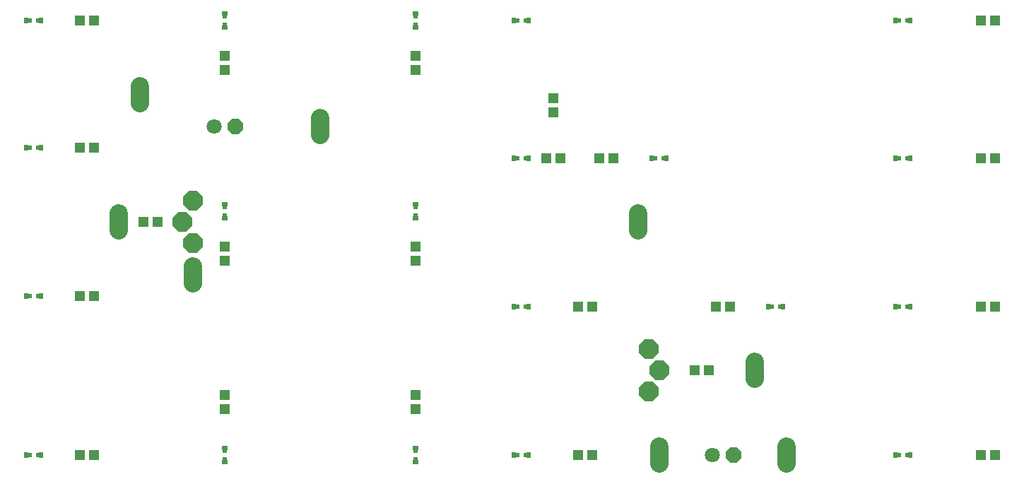
<source format=gbr>
G04 EAGLE Gerber RS-274X export*
G75*
%MOMM*%
%FSLAX34Y34*%
%LPD*%
%INSoldermask Top*%
%IPPOS*%
%AMOC8*
5,1,8,0,0,1.08239X$1,22.5*%
G01*
%ADD10P,1.951982X8X22.500000*%
%ADD11C,1.803400*%
%ADD12R,0.553200X0.553200*%
%ADD13R,0.350000X0.375000*%
%ADD14R,0.800000X0.500000*%
%ADD15R,0.350000X0.350000*%
%ADD16R,0.375000X0.350000*%
%ADD17R,0.500000X0.800000*%
%ADD18R,1.303200X1.203200*%
%ADD19R,1.203200X1.303200*%
%ADD20C,2.184400*%
%ADD21P,2.556822X8X22.500000*%


D10*
X342900Y660400D03*
D11*
X317500Y660400D03*
D10*
X939800Y266700D03*
D11*
X914400Y266700D03*
D12*
X558800Y782400D03*
X558800Y792400D03*
D13*
X558800Y792525D03*
D14*
X558800Y796150D03*
X558800Y778650D03*
D15*
X558800Y782400D03*
D12*
X558800Y271700D03*
X558800Y261700D03*
D13*
X558800Y261575D03*
D14*
X558800Y257950D03*
X558800Y275450D03*
D15*
X558800Y271700D03*
D12*
X690800Y266700D03*
X680800Y266700D03*
D16*
X680675Y266700D03*
D17*
X677050Y266700D03*
X694550Y266700D03*
D15*
X690800Y266700D03*
D12*
X690800Y444500D03*
X680800Y444500D03*
D16*
X680675Y444500D03*
D17*
X677050Y444500D03*
X694550Y444500D03*
D15*
X690800Y444500D03*
D12*
X690800Y622300D03*
X680800Y622300D03*
D16*
X680675Y622300D03*
D17*
X677050Y622300D03*
X694550Y622300D03*
D15*
X690800Y622300D03*
D12*
X690800Y787400D03*
X680800Y787400D03*
D16*
X680675Y787400D03*
D17*
X677050Y787400D03*
X694550Y787400D03*
D15*
X690800Y787400D03*
D12*
X845900Y622300D03*
X855900Y622300D03*
D16*
X856025Y622300D03*
D17*
X859650Y622300D03*
X842150Y622300D03*
D15*
X845900Y622300D03*
D12*
X985600Y444500D03*
X995600Y444500D03*
D16*
X995725Y444500D03*
D17*
X999350Y444500D03*
X981850Y444500D03*
D15*
X985600Y444500D03*
D12*
X1148000Y266700D03*
X1138000Y266700D03*
D16*
X1137875Y266700D03*
D17*
X1134250Y266700D03*
X1151750Y266700D03*
D15*
X1148000Y266700D03*
D12*
X1148000Y444500D03*
X1138000Y444500D03*
D16*
X1137875Y444500D03*
D17*
X1134250Y444500D03*
X1151750Y444500D03*
D15*
X1148000Y444500D03*
D12*
X1148000Y622300D03*
X1138000Y622300D03*
D16*
X1137875Y622300D03*
D17*
X1134250Y622300D03*
X1151750Y622300D03*
D15*
X1148000Y622300D03*
D12*
X330200Y782400D03*
X330200Y792400D03*
D13*
X330200Y792525D03*
D14*
X330200Y796150D03*
X330200Y778650D03*
D15*
X330200Y782400D03*
D12*
X1148000Y787400D03*
X1138000Y787400D03*
D16*
X1137875Y787400D03*
D17*
X1134250Y787400D03*
X1151750Y787400D03*
D15*
X1148000Y787400D03*
D12*
X106600Y787400D03*
X96600Y787400D03*
D16*
X96475Y787400D03*
D17*
X92850Y787400D03*
X110350Y787400D03*
D15*
X106600Y787400D03*
D12*
X106600Y635000D03*
X96600Y635000D03*
D16*
X96475Y635000D03*
D17*
X92850Y635000D03*
X110350Y635000D03*
D15*
X106600Y635000D03*
D12*
X106600Y457200D03*
X96600Y457200D03*
D16*
X96475Y457200D03*
D17*
X92850Y457200D03*
X110350Y457200D03*
D15*
X106600Y457200D03*
D12*
X106600Y266700D03*
X96600Y266700D03*
D16*
X96475Y266700D03*
D17*
X92850Y266700D03*
X110350Y266700D03*
D15*
X106600Y266700D03*
D12*
X330200Y553800D03*
X330200Y563800D03*
D13*
X330200Y563925D03*
D14*
X330200Y567550D03*
X330200Y550050D03*
D15*
X330200Y553800D03*
D12*
X558800Y553800D03*
X558800Y563800D03*
D13*
X558800Y563925D03*
D14*
X558800Y567550D03*
X558800Y550050D03*
D15*
X558800Y553800D03*
D12*
X330200Y271700D03*
X330200Y261700D03*
D13*
X330200Y261575D03*
D14*
X330200Y257950D03*
X330200Y275450D03*
D15*
X330200Y271700D03*
D18*
X558800Y745100D03*
X558800Y728100D03*
X558800Y321700D03*
X558800Y338700D03*
D19*
X232800Y546100D03*
X249800Y546100D03*
X753500Y266700D03*
X770500Y266700D03*
X753500Y444500D03*
X770500Y444500D03*
X715400Y622300D03*
X732400Y622300D03*
D18*
X723900Y694300D03*
X723900Y677300D03*
D19*
X795900Y622300D03*
X778900Y622300D03*
X935600Y444500D03*
X918600Y444500D03*
X1236100Y266700D03*
X1253100Y266700D03*
X1236100Y444500D03*
X1253100Y444500D03*
D18*
X330200Y745100D03*
X330200Y728100D03*
D19*
X1236100Y622300D03*
X1253100Y622300D03*
X1236100Y787400D03*
X1253100Y787400D03*
X910200Y368300D03*
X893200Y368300D03*
X156600Y787400D03*
X173600Y787400D03*
X156600Y635000D03*
X173600Y635000D03*
X156600Y457200D03*
X173600Y457200D03*
X156600Y266700D03*
X173600Y266700D03*
D18*
X330200Y516500D03*
X330200Y499500D03*
X558800Y516500D03*
X558800Y499500D03*
X330200Y321700D03*
X330200Y338700D03*
D20*
X228600Y688594D02*
X228600Y708406D01*
X825500Y556006D02*
X825500Y536194D01*
X1003300Y276606D02*
X1003300Y256794D01*
D21*
X838200Y342900D03*
X850900Y368300D03*
X838200Y393700D03*
D20*
X203200Y536194D02*
X203200Y556006D01*
X292100Y492506D02*
X292100Y472694D01*
X444500Y650494D02*
X444500Y670306D01*
D21*
X292100Y571500D03*
X279400Y546100D03*
X292100Y520700D03*
D20*
X850900Y276606D02*
X850900Y256794D01*
X965200Y358394D02*
X965200Y378206D01*
M02*

</source>
